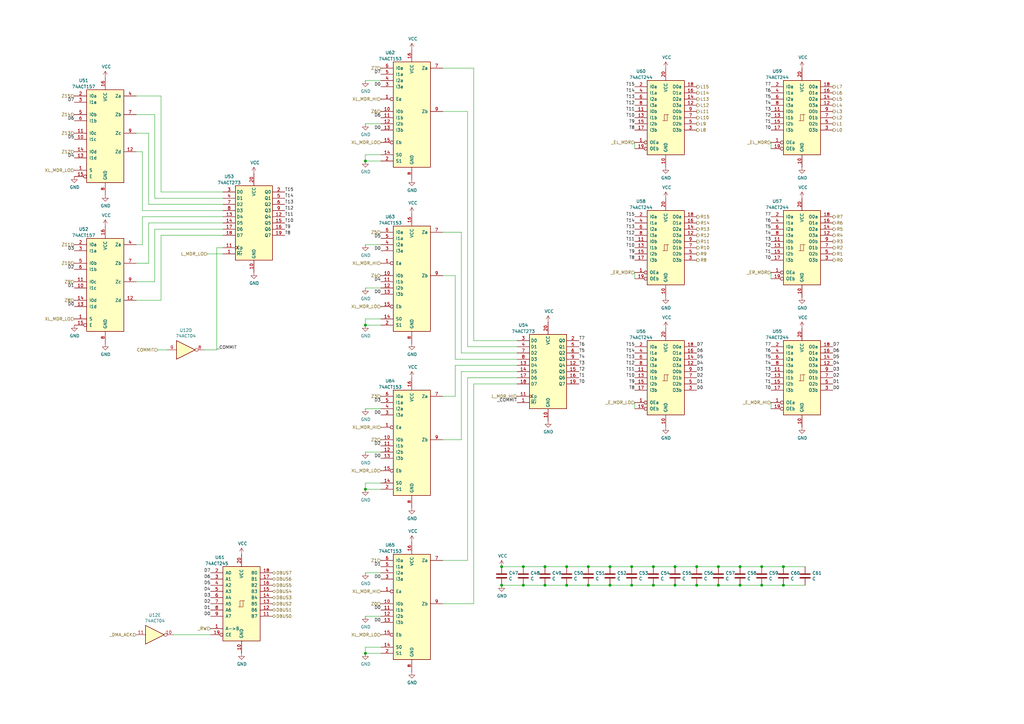
<source format=kicad_sch>
(kicad_sch (version 20200828) (generator eeschema)
  (page 5 7)
  (paper "A3")
  (lib_symbols
    (symbol "74xx:74LS04"
      (property "Reference" "U" (at 0 1.27 0))
      (property "Value" "74LS04" (at 0 -1.27 0))
      (symbol "74LS04_7_1"
        (rectangle (start -5.08 7.62) (end 5.08 -7.62) (stroke (width 0.254)) (fill (type background)))
      )
      (symbol "74LS04_1_0"
        (polyline (pts (xy -3.81 3.81) (xy -3.81 -3.81) (xy 3.81 0) (xy -3.81 3.81)) (stroke (width 0.254)) (fill (type background)))
        (pin input line (at -7.62 0 0) (length 3.81) (name "~") (number "1"))
        (pin output inverted (at 7.62 0 180) (length 3.81) (name "~") (number "2"))
      )
      (symbol "74LS04_2_0"
        (polyline (pts (xy -3.81 3.81) (xy -3.81 -3.81) (xy 3.81 0) (xy -3.81 3.81)) (stroke (width 0.254)) (fill (type background)))
        (pin input line (at -7.62 0 0) (length 3.81) (name "~") (number "3"))
        (pin output inverted (at 7.62 0 180) (length 3.81) (name "~") (number "4"))
      )
      (symbol "74LS04_3_0"
        (polyline (pts (xy -3.81 3.81) (xy -3.81 -3.81) (xy 3.81 0) (xy -3.81 3.81)) (stroke (width 0.254)) (fill (type background)))
        (pin input line (at -7.62 0 0) (length 3.81) (name "~") (number "5"))
        (pin output inverted (at 7.62 0 180) (length 3.81) (name "~") (number "6"))
      )
      (symbol "74LS04_4_0"
        (polyline (pts (xy -3.81 3.81) (xy -3.81 -3.81) (xy 3.81 0) (xy -3.81 3.81)) (stroke (width 0.254)) (fill (type background)))
        (pin output inverted (at 7.62 0 180) (length 3.81) (name "~") (number "8"))
        (pin input line (at -7.62 0 0) (length 3.81) (name "~") (number "9"))
      )
      (symbol "74LS04_5_0"
        (polyline (pts (xy -3.81 3.81) (xy -3.81 -3.81) (xy 3.81 0) (xy -3.81 3.81)) (stroke (width 0.254)) (fill (type background)))
        (pin output inverted (at 7.62 0 180) (length 3.81) (name "~") (number "10"))
        (pin input line (at -7.62 0 0) (length 3.81) (name "~") (number "11"))
      )
      (symbol "74LS04_6_0"
        (polyline (pts (xy -3.81 3.81) (xy -3.81 -3.81) (xy 3.81 0) (xy -3.81 3.81)) (stroke (width 0.254)) (fill (type background)))
        (pin output inverted (at 7.62 0 180) (length 3.81) (name "~") (number "12"))
        (pin input line (at -7.62 0 0) (length 3.81) (name "~") (number "13"))
      )
      (symbol "74LS04_7_0"
        (pin power_in line (at 0 12.7 270) (length 5.08) (name "VCC") (number "14"))
        (pin power_in line (at 0 -12.7 90) (length 5.08) (name "GND") (number "7"))
      )
    )
    (symbol "74xx:74LS153" (pin_names (offset 1.016))
      (property "Reference" "U" (at -7.62 21.59 0))
      (property "Value" "74LS153" (at -7.62 -24.13 0))
      (symbol "74LS153_1_1"
        (rectangle (start -7.62 20.32) (end 7.62 -22.86) (stroke (width 0.254)) (fill (type background)))
      )
      (symbol "74LS153_1_0"
        (pin input inverted (at -12.7 5.08 0) (length 5.08) (name "Ea") (number "1"))
        (pin input line (at -12.7 0 0) (length 5.08) (name "I0b") (number "10"))
        (pin input line (at -12.7 -2.54 0) (length 5.08) (name "I1b") (number "11"))
        (pin input line (at -12.7 -5.08 0) (length 5.08) (name "I2b") (number "12"))
        (pin input line (at -12.7 -7.62 0) (length 5.08) (name "I3b") (number "13"))
        (pin input line (at -12.7 -17.78 0) (length 5.08) (name "S0") (number "14"))
        (pin input inverted (at -12.7 -12.7 0) (length 5.08) (name "Eb") (number "15"))
        (pin power_in line (at 0 25.4 270) (length 5.08) (name "VCC") (number "16"))
        (pin input line (at -12.7 -20.32 0) (length 5.08) (name "S1") (number "2"))
        (pin input line (at -12.7 10.16 0) (length 5.08) (name "I3a") (number "3"))
        (pin input line (at -12.7 12.7 0) (length 5.08) (name "I2a") (number "4"))
        (pin input line (at -12.7 15.24 0) (length 5.08) (name "I1a") (number "5"))
        (pin input line (at -12.7 17.78 0) (length 5.08) (name "I0a") (number "6"))
        (pin output line (at 12.7 17.78 180) (length 5.08) (name "Za") (number "7"))
        (pin power_in line (at 0 -27.94 90) (length 5.08) (name "GND") (number "8"))
        (pin output line (at 12.7 0 180) (length 5.08) (name "Zb") (number "9"))
      )
    )
    (symbol "74xx:74LS157" (pin_names (offset 1.016))
      (property "Reference" "U" (at -7.62 19.05 0))
      (property "Value" "74LS157" (at -7.62 -21.59 0))
      (symbol "74LS157_1_1"
        (rectangle (start -7.62 17.78) (end 7.62 -20.32) (stroke (width 0.254)) (fill (type background)))
      )
      (symbol "74LS157_1_0"
        (pin input line (at -12.7 -15.24 0) (length 5.08) (name "S") (number "1"))
        (pin input line (at -12.7 -2.54 0) (length 5.08) (name "I1c") (number "10"))
        (pin input line (at -12.7 0 0) (length 5.08) (name "I0c") (number "11"))
        (pin output line (at 12.7 -7.62 180) (length 5.08) (name "Zd") (number "12"))
        (pin input line (at -12.7 -10.16 0) (length 5.08) (name "I1d") (number "13"))
        (pin input line (at -12.7 -7.62 0) (length 5.08) (name "I0d") (number "14"))
        (pin input inverted (at -12.7 -17.78 0) (length 5.08) (name "E") (number "15"))
        (pin power_in line (at 0 22.86 270) (length 5.08) (name "VCC") (number "16"))
        (pin input line (at -12.7 15.24 0) (length 5.08) (name "I0a") (number "2"))
        (pin input line (at -12.7 12.7 0) (length 5.08) (name "I1a") (number "3"))
        (pin output line (at 12.7 15.24 180) (length 5.08) (name "Za") (number "4"))
        (pin input line (at -12.7 7.62 0) (length 5.08) (name "I0b") (number "5"))
        (pin input line (at -12.7 5.08 0) (length 5.08) (name "I1b") (number "6"))
        (pin output line (at 12.7 7.62 180) (length 5.08) (name "Zb") (number "7"))
        (pin power_in line (at 0 -25.4 90) (length 5.08) (name "GND") (number "8"))
        (pin output line (at 12.7 0 180) (length 5.08) (name "Zc") (number "9"))
      )
    )
    (symbol "74xx:74LS244" (pin_names (offset 1.016))
      (property "Reference" "U" (at -7.62 16.51 0))
      (property "Value" "74LS244" (at -7.62 -16.51 0))
      (symbol "74LS244_1_1"
        (rectangle (start -7.62 15.24) (end 7.62 -15.24) (stroke (width 0.254)) (fill (type background)))
      )
      (symbol "74LS244_1_0"
        (polyline (pts (xy -0.635 -1.27) (xy -0.635 1.27) (xy 0.635 1.27)))
        (polyline (pts (xy -1.27 -1.27) (xy 0.635 -1.27) (xy 0.635 1.27) (xy 1.27 1.27)))
        (pin input inverted (at -12.7 -10.16 0) (length 5.08) (name "OEa") (number "1"))
        (pin power_in line (at 0 -20.32 90) (length 5.08) (name "GND") (number "10"))
        (pin input line (at -12.7 2.54 0) (length 5.08) (name "I0b") (number "11"))
        (pin tri_state line (at 12.7 5.08 180) (length 5.08) (name "O3a") (number "12"))
        (pin input line (at -12.7 0 0) (length 5.08) (name "I1b") (number "13"))
        (pin tri_state line (at 12.7 7.62 180) (length 5.08) (name "O2a") (number "14"))
        (pin input line (at -12.7 -2.54 0) (length 5.08) (name "I2b") (number "15"))
        (pin tri_state line (at 12.7 10.16 180) (length 5.08) (name "O1a") (number "16"))
        (pin input line (at -12.7 -5.08 0) (length 5.08) (name "I3b") (number "17"))
        (pin tri_state line (at 12.7 12.7 180) (length 5.08) (name "O0a") (number "18"))
        (pin input inverted (at -12.7 -12.7 0) (length 5.08) (name "OEb") (number "19"))
        (pin input line (at -12.7 12.7 0) (length 5.08) (name "I0a") (number "2"))
        (pin power_in line (at 0 20.32 270) (length 5.08) (name "VCC") (number "20"))
        (pin tri_state line (at 12.7 -5.08 180) (length 5.08) (name "O3b") (number "3"))
        (pin input line (at -12.7 10.16 0) (length 5.08) (name "I1a") (number "4"))
        (pin tri_state line (at 12.7 -2.54 180) (length 5.08) (name "O2b") (number "5"))
        (pin input line (at -12.7 7.62 0) (length 5.08) (name "I2a") (number "6"))
        (pin tri_state line (at 12.7 0 180) (length 5.08) (name "O1b") (number "7"))
        (pin input line (at -12.7 5.08 0) (length 5.08) (name "I3a") (number "8"))
        (pin tri_state line (at 12.7 2.54 180) (length 5.08) (name "O0b") (number "9"))
      )
    )
    (symbol "74xx:74LS245" (pin_names (offset 1.016))
      (property "Reference" "U" (at -7.62 16.51 0))
      (property "Value" "74LS245" (at -7.62 -16.51 0))
      (symbol "74LS245_1_1"
        (rectangle (start -7.62 15.24) (end 7.62 -15.24) (stroke (width 0.254)) (fill (type background)))
      )
      (symbol "74LS245_1_0"
        (polyline (pts (xy -0.635 -1.27) (xy -0.635 1.27) (xy 0.635 1.27)))
        (polyline (pts (xy -1.27 -1.27) (xy 0.635 -1.27) (xy 0.635 1.27) (xy 1.27 1.27)))
        (pin input line (at -12.7 -10.16 0) (length 5.08) (name "A->B") (number "1"))
        (pin power_in line (at 0 -20.32 90) (length 5.08) (name "GND") (number "10"))
        (pin tri_state line (at 12.7 -5.08 180) (length 5.08) (name "B7") (number "11"))
        (pin tri_state line (at 12.7 -2.54 180) (length 5.08) (name "B6") (number "12"))
        (pin tri_state line (at 12.7 0 180) (length 5.08) (name "B5") (number "13"))
        (pin tri_state line (at 12.7 2.54 180) (length 5.08) (name "B4") (number "14"))
        (pin tri_state line (at 12.7 5.08 180) (length 5.08) (name "B3") (number "15"))
        (pin tri_state line (at 12.7 7.62 180) (length 5.08) (name "B2") (number "16"))
        (pin tri_state line (at 12.7 10.16 180) (length 5.08) (name "B1") (number "17"))
        (pin tri_state line (at 12.7 12.7 180) (length 5.08) (name "B0") (number "18"))
        (pin input inverted (at -12.7 -12.7 0) (length 5.08) (name "CE") (number "19"))
        (pin tri_state line (at -12.7 12.7 0) (length 5.08) (name "A0") (number "2"))
        (pin power_in line (at 0 20.32 270) (length 5.08) (name "VCC") (number "20"))
        (pin tri_state line (at -12.7 10.16 0) (length 5.08) (name "A1") (number "3"))
        (pin tri_state line (at -12.7 7.62 0) (length 5.08) (name "A2") (number "4"))
        (pin tri_state line (at -12.7 5.08 0) (length 5.08) (name "A3") (number "5"))
        (pin tri_state line (at -12.7 2.54 0) (length 5.08) (name "A4") (number "6"))
        (pin tri_state line (at -12.7 0 0) (length 5.08) (name "A5") (number "7"))
        (pin tri_state line (at -12.7 -2.54 0) (length 5.08) (name "A6") (number "8"))
        (pin tri_state line (at -12.7 -5.08 0) (length 5.08) (name "A7") (number "9"))
      )
    )
    (symbol "74xx:74LS273"
      (property "Reference" "U" (at -7.62 16.51 0))
      (property "Value" "74LS273" (at -7.62 -16.51 0))
      (symbol "74LS273_1_1"
        (rectangle (start -7.62 15.24) (end 7.62 -15.24) (stroke (width 0.254)) (fill (type background)))
      )
      (symbol "74LS273_1_0"
        (pin input line (at -12.7 -12.7 0) (length 5.08) (name "~Mr") (number "1"))
        (pin power_in line (at 0 -20.32 90) (length 5.08) (name "GND") (number "10"))
        (pin input clock (at -12.7 -10.16 0) (length 5.08) (name "Cp") (number "11"))
        (pin output line (at 12.7 2.54 180) (length 5.08) (name "Q4") (number "12"))
        (pin input line (at -12.7 2.54 0) (length 5.08) (name "D4") (number "13"))
        (pin input line (at -12.7 0 0) (length 5.08) (name "D5") (number "14"))
        (pin output line (at 12.7 0 180) (length 5.08) (name "Q5") (number "15"))
        (pin output line (at 12.7 -2.54 180) (length 5.08) (name "Q6") (number "16"))
        (pin input line (at -12.7 -2.54 0) (length 5.08) (name "D6") (number "17"))
        (pin input line (at -12.7 -5.08 0) (length 5.08) (name "D7") (number "18"))
        (pin output line (at 12.7 -5.08 180) (length 5.08) (name "Q7") (number "19"))
        (pin output line (at 12.7 12.7 180) (length 5.08) (name "Q0") (number "2"))
        (pin power_in line (at 0 20.32 270) (length 5.08) (name "VCC") (number "20"))
        (pin input line (at -12.7 12.7 0) (length 5.08) (name "D0") (number "3"))
        (pin input line (at -12.7 10.16 0) (length 5.08) (name "D1") (number "4"))
        (pin output line (at 12.7 10.16 180) (length 5.08) (name "Q1") (number "5"))
        (pin output line (at 12.7 7.62 180) (length 5.08) (name "Q2") (number "6"))
        (pin input line (at -12.7 7.62 0) (length 5.08) (name "D2") (number "7"))
        (pin input line (at -12.7 5.08 0) (length 5.08) (name "D3") (number "8"))
        (pin output line (at 12.7 5.08 180) (length 5.08) (name "Q3") (number "9"))
      )
    )
    (symbol "Device:C" (pin_numbers hide) (pin_names (offset 0.254))
      (property "Reference" "C" (at 0.635 2.54 0))
      (property "Value" "C" (at 0.635 -2.54 0))
      (symbol "C_0_1"
        (polyline (pts (xy -2.032 -0.762) (xy 2.032 -0.762)) (stroke (width 0.508)))
        (polyline (pts (xy -2.032 0.762) (xy 2.032 0.762)) (stroke (width 0.508)))
      )
      (symbol "C_1_1"
        (pin passive line (at 0 3.81 270) (length 2.794) (name "~") (number "1"))
        (pin passive line (at 0 -3.81 90) (length 2.794) (name "~") (number "2"))
      )
    )
    (symbol "power:GND" (power) (pin_names (offset 0))
      (property "Value" "GND" (at 0 -3.81 0))
      (symbol "GND_0_1"
        (polyline (pts (xy 0 0) (xy 0 -1.27) (xy 1.27 -1.27) (xy 0 -2.54) (xy -1.27 -1.27) (xy 0 -1.27)))
      )
      (symbol "GND_1_1"
        (pin power_in line (at 0 0 270) (length 0) hide (name "GND") (number "1"))
      )
    )
    (symbol "power:VCC" (power) (pin_names (offset 0))
      (property "Value" "VCC" (at 0 3.81 0))
      (symbol "VCC_0_1"
        (polyline (pts (xy -0.762 1.27) (xy 0 2.54)))
        (polyline (pts (xy 0 0) (xy 0 2.54)))
        (polyline (pts (xy 0 2.54) (xy 0.762 1.27)))
      )
      (symbol "VCC_1_1"
        (pin power_in line (at 0 0 90) (length 0) hide (name "VCC") (number "1"))
      )
    )
  )
  (junction (at 149.86 66.04) (diameter 1.016))
  (junction (at 149.86 133.35) (diameter 1.016))
  (junction (at 149.86 200.66) (diameter 1.016))
  (junction (at 149.86 267.97) (diameter 1.016))
  (junction (at 205.74 232.41) (diameter 1.016))
  (junction (at 205.74 240.03) (diameter 1.016))
  (junction (at 214.63 232.41) (diameter 1.016))
  (junction (at 214.63 240.03) (diameter 1.016))
  (junction (at 223.52 232.41) (diameter 1.016))
  (junction (at 223.52 240.03) (diameter 1.016))
  (junction (at 232.41 232.41) (diameter 1.016))
  (junction (at 232.41 240.03) (diameter 1.016))
  (junction (at 241.3 232.41) (diameter 1.016))
  (junction (at 241.3 240.03) (diameter 1.016))
  (junction (at 250.19 232.41) (diameter 1.016))
  (junction (at 250.19 240.03) (diameter 1.016))
  (junction (at 259.08 232.41) (diameter 1.016))
  (junction (at 259.08 240.03) (diameter 1.016))
  (junction (at 267.97 232.41) (diameter 1.016))
  (junction (at 267.97 240.03) (diameter 1.016))
  (junction (at 276.86 232.41) (diameter 1.016))
  (junction (at 276.86 240.03) (diameter 1.016))
  (junction (at 285.75 232.41) (diameter 1.016))
  (junction (at 285.75 240.03) (diameter 1.016))
  (junction (at 294.64 232.41) (diameter 1.016))
  (junction (at 294.64 240.03) (diameter 1.016))
  (junction (at 303.53 232.41) (diameter 1.016))
  (junction (at 303.53 240.03) (diameter 1.016))
  (junction (at 312.42 232.41) (diameter 1.016))
  (junction (at 312.42 240.03) (diameter 1.016))
  (junction (at 321.31 232.41) (diameter 1.016))
  (junction (at 321.31 240.03) (diameter 1.016))
  (wire (pts (xy 55.88 46.99) (xy 63.5 46.99)))
  (wire (pts (xy 55.88 54.61) (xy 60.96 54.61)))
  (wire (pts (xy 55.88 62.23) (xy 58.42 62.23)))
  (wire (pts (xy 55.88 100.33) (xy 58.42 100.33)))
  (wire (pts (xy 55.88 107.95) (xy 60.96 107.95)))
  (wire (pts (xy 55.88 115.57) (xy 63.5 115.57)))
  (wire (pts (xy 55.88 123.19) (xy 66.04 123.19)))
  (wire (pts (xy 58.42 62.23) (xy 58.42 86.36)))
  (wire (pts (xy 58.42 86.36) (xy 91.44 86.36)))
  (wire (pts (xy 58.42 88.9) (xy 91.44 88.9)))
  (wire (pts (xy 58.42 100.33) (xy 58.42 88.9)))
  (wire (pts (xy 60.96 54.61) (xy 60.96 83.82)))
  (wire (pts (xy 60.96 83.82) (xy 91.44 83.82)))
  (wire (pts (xy 60.96 91.44) (xy 91.44 91.44)))
  (wire (pts (xy 60.96 107.95) (xy 60.96 91.44)))
  (wire (pts (xy 63.5 46.99) (xy 63.5 81.28)))
  (wire (pts (xy 63.5 81.28) (xy 91.44 81.28)))
  (wire (pts (xy 63.5 93.98) (xy 91.44 93.98)))
  (wire (pts (xy 63.5 115.57) (xy 63.5 93.98)))
  (wire (pts (xy 64.77 143.51) (xy 68.58 143.51)))
  (wire (pts (xy 66.04 39.37) (xy 55.88 39.37)))
  (wire (pts (xy 66.04 78.74) (xy 66.04 39.37)))
  (wire (pts (xy 66.04 78.74) (xy 91.44 78.74)))
  (wire (pts (xy 66.04 96.52) (xy 91.44 96.52)))
  (wire (pts (xy 66.04 123.19) (xy 66.04 96.52)))
  (wire (pts (xy 71.12 260.35) (xy 86.36 260.35)))
  (wire (pts (xy 83.82 143.51) (xy 88.9 143.51)))
  (wire (pts (xy 88.9 101.6) (xy 91.44 101.6)))
  (wire (pts (xy 88.9 143.51) (xy 88.9 101.6)))
  (wire (pts (xy 91.44 104.14) (xy 85.09 104.14)))
  (wire (pts (xy 149.86 63.5) (xy 149.86 66.04)))
  (wire (pts (xy 149.86 130.81) (xy 149.86 133.35)))
  (wire (pts (xy 149.86 198.12) (xy 149.86 200.66)))
  (wire (pts (xy 149.86 265.43) (xy 149.86 267.97)))
  (wire (pts (xy 156.21 33.02) (xy 149.86 33.02)))
  (wire (pts (xy 156.21 50.8) (xy 149.86 50.8)))
  (wire (pts (xy 156.21 63.5) (xy 149.86 63.5)))
  (wire (pts (xy 156.21 66.04) (xy 149.86 66.04)))
  (wire (pts (xy 156.21 100.33) (xy 149.86 100.33)))
  (wire (pts (xy 156.21 118.11) (xy 149.86 118.11)))
  (wire (pts (xy 156.21 130.81) (xy 149.86 130.81)))
  (wire (pts (xy 156.21 133.35) (xy 149.86 133.35)))
  (wire (pts (xy 156.21 167.64) (xy 149.86 167.64)))
  (wire (pts (xy 156.21 185.42) (xy 149.86 185.42)))
  (wire (pts (xy 156.21 198.12) (xy 149.86 198.12)))
  (wire (pts (xy 156.21 200.66) (xy 149.86 200.66)))
  (wire (pts (xy 156.21 234.95) (xy 149.86 234.95)))
  (wire (pts (xy 156.21 252.73) (xy 149.86 252.73)))
  (wire (pts (xy 156.21 265.43) (xy 149.86 265.43)))
  (wire (pts (xy 156.21 267.97) (xy 149.86 267.97)))
  (wire (pts (xy 181.61 95.25) (xy 189.23 95.25)))
  (wire (pts (xy 181.61 113.03) (xy 186.69 113.03)))
  (wire (pts (xy 186.69 113.03) (xy 186.69 147.32)))
  (wire (pts (xy 186.69 147.32) (xy 212.09 147.32)))
  (wire (pts (xy 186.69 149.86) (xy 186.69 162.56)))
  (wire (pts (xy 186.69 162.56) (xy 181.61 162.56)))
  (wire (pts (xy 189.23 95.25) (xy 189.23 144.78)))
  (wire (pts (xy 189.23 144.78) (xy 212.09 144.78)))
  (wire (pts (xy 189.23 152.4) (xy 189.23 180.34)))
  (wire (pts (xy 189.23 180.34) (xy 181.61 180.34)))
  (wire (pts (xy 191.77 45.72) (xy 181.61 45.72)))
  (wire (pts (xy 191.77 142.24) (xy 191.77 45.72)))
  (wire (pts (xy 191.77 154.94) (xy 191.77 229.87)))
  (wire (pts (xy 191.77 229.87) (xy 181.61 229.87)))
  (wire (pts (xy 194.31 27.94) (xy 181.61 27.94)))
  (wire (pts (xy 194.31 139.7) (xy 194.31 27.94)))
  (wire (pts (xy 194.31 157.48) (xy 194.31 247.65)))
  (wire (pts (xy 194.31 247.65) (xy 181.61 247.65)))
  (wire (pts (xy 205.74 232.41) (xy 214.63 232.41)))
  (wire (pts (xy 205.74 240.03) (xy 214.63 240.03)))
  (wire (pts (xy 212.09 139.7) (xy 194.31 139.7)))
  (wire (pts (xy 212.09 142.24) (xy 191.77 142.24)))
  (wire (pts (xy 212.09 149.86) (xy 186.69 149.86)))
  (wire (pts (xy 212.09 152.4) (xy 189.23 152.4)))
  (wire (pts (xy 212.09 154.94) (xy 191.77 154.94)))
  (wire (pts (xy 212.09 157.48) (xy 194.31 157.48)))
  (wire (pts (xy 214.63 232.41) (xy 223.52 232.41)))
  (wire (pts (xy 214.63 240.03) (xy 223.52 240.03)))
  (wire (pts (xy 223.52 232.41) (xy 232.41 232.41)))
  (wire (pts (xy 223.52 240.03) (xy 232.41 240.03)))
  (wire (pts (xy 232.41 232.41) (xy 241.3 232.41)))
  (wire (pts (xy 232.41 240.03) (xy 241.3 240.03)))
  (wire (pts (xy 241.3 232.41) (xy 250.19 232.41)))
  (wire (pts (xy 241.3 240.03) (xy 250.19 240.03)))
  (wire (pts (xy 250.19 232.41) (xy 259.08 232.41)))
  (wire (pts (xy 250.19 240.03) (xy 259.08 240.03)))
  (wire (pts (xy 259.08 232.41) (xy 267.97 232.41)))
  (wire (pts (xy 259.08 240.03) (xy 267.97 240.03)))
  (wire (pts (xy 260.35 58.42) (xy 260.35 60.96)))
  (wire (pts (xy 260.35 111.76) (xy 260.35 114.3)))
  (wire (pts (xy 260.35 165.1) (xy 260.35 167.64)))
  (wire (pts (xy 267.97 232.41) (xy 276.86 232.41)))
  (wire (pts (xy 267.97 240.03) (xy 276.86 240.03)))
  (wire (pts (xy 276.86 232.41) (xy 285.75 232.41)))
  (wire (pts (xy 276.86 240.03) (xy 285.75 240.03)))
  (wire (pts (xy 285.75 232.41) (xy 294.64 232.41)))
  (wire (pts (xy 285.75 240.03) (xy 294.64 240.03)))
  (wire (pts (xy 294.64 232.41) (xy 303.53 232.41)))
  (wire (pts (xy 294.64 240.03) (xy 303.53 240.03)))
  (wire (pts (xy 303.53 232.41) (xy 312.42 232.41)))
  (wire (pts (xy 303.53 240.03) (xy 312.42 240.03)))
  (wire (pts (xy 312.42 232.41) (xy 321.31 232.41)))
  (wire (pts (xy 312.42 240.03) (xy 321.31 240.03)))
  (wire (pts (xy 316.23 58.42) (xy 316.23 60.96)))
  (wire (pts (xy 316.23 111.76) (xy 316.23 114.3)))
  (wire (pts (xy 316.23 165.1) (xy 316.23 167.64)))
  (wire (pts (xy 321.31 232.41) (xy 330.2 232.41)))
  (wire (pts (xy 321.31 240.03) (xy 330.2 240.03)))
  (label "D7" (at 30.48 41.91 180))
  (label "D6" (at 30.48 49.53 180))
  (label "D5" (at 30.48 57.15 180))
  (label "D4" (at 30.48 64.77 180))
  (label "D3" (at 30.48 102.87 180))
  (label "D2" (at 30.48 110.49 180))
  (label "D1" (at 30.48 118.11 180))
  (label "D0" (at 30.48 125.73 180))
  (label "D7" (at 86.36 234.95 180))
  (label "D6" (at 86.36 237.49 180))
  (label "D5" (at 86.36 240.03 180))
  (label "D4" (at 86.36 242.57 180))
  (label "D3" (at 86.36 245.11 180))
  (label "D2" (at 86.36 247.65 180))
  (label "D1" (at 86.36 250.19 180))
  (label "D0" (at 86.36 252.73 180))
  (label "_COMMIT" (at 88.9 143.51 0))
  (label "T15" (at 116.84 78.74 0))
  (label "T14" (at 116.84 81.28 0))
  (label "T13" (at 116.84 83.82 0))
  (label "T12" (at 116.84 86.36 0))
  (label "T11" (at 116.84 88.9 0))
  (label "T10" (at 116.84 91.44 0))
  (label "T9" (at 116.84 93.98 0))
  (label "T8" (at 116.84 96.52 0))
  (label "D7" (at 156.21 30.48 180))
  (label "D0" (at 156.21 35.56 180))
  (label "D6" (at 156.21 48.26 180))
  (label "D0" (at 156.21 53.34 180))
  (label "D5" (at 156.21 97.79 180))
  (label "D0" (at 156.21 102.87 180))
  (label "D4" (at 156.21 115.57 180))
  (label "D0" (at 156.21 120.65 180))
  (label "D3" (at 156.21 165.1 180))
  (label "D0" (at 156.21 170.18 180))
  (label "D2" (at 156.21 182.88 180))
  (label "D0" (at 156.21 187.96 180))
  (label "D1" (at 156.21 232.41 180))
  (label "D0" (at 156.21 237.49 180))
  (label "D0" (at 156.21 250.19 180))
  (label "D0" (at 156.21 255.27 180))
  (label "_COMMIT" (at 212.09 165.1 180))
  (label "T7" (at 237.49 139.7 0))
  (label "T6" (at 237.49 142.24 0))
  (label "T5" (at 237.49 144.78 0))
  (label "T4" (at 237.49 147.32 0))
  (label "T3" (at 237.49 149.86 0))
  (label "T2" (at 237.49 152.4 0))
  (label "T1" (at 237.49 154.94 0))
  (label "T0" (at 237.49 157.48 0))
  (label "T15" (at 260.35 35.56 180))
  (label "T14" (at 260.35 38.1 180))
  (label "T13" (at 260.35 40.64 180))
  (label "T12" (at 260.35 43.18 180))
  (label "T11" (at 260.35 45.72 180))
  (label "T10" (at 260.35 48.26 180))
  (label "T9" (at 260.35 50.8 180))
  (label "T8" (at 260.35 53.34 180))
  (label "T15" (at 260.35 88.9 180))
  (label "T14" (at 260.35 91.44 180))
  (label "T13" (at 260.35 93.98 180))
  (label "T12" (at 260.35 96.52 180))
  (label "T11" (at 260.35 99.06 180))
  (label "T10" (at 260.35 101.6 180))
  (label "T9" (at 260.35 104.14 180))
  (label "T8" (at 260.35 106.68 180))
  (label "T15" (at 260.35 142.24 180))
  (label "T14" (at 260.35 144.78 180))
  (label "T13" (at 260.35 147.32 180))
  (label "T12" (at 260.35 149.86 180))
  (label "T11" (at 260.35 152.4 180))
  (label "T10" (at 260.35 154.94 180))
  (label "T9" (at 260.35 157.48 180))
  (label "T8" (at 260.35 160.02 180))
  (label "D7" (at 285.75 142.24 0))
  (label "D6" (at 285.75 144.78 0))
  (label "D5" (at 285.75 147.32 0))
  (label "D4" (at 285.75 149.86 0))
  (label "D3" (at 285.75 152.4 0))
  (label "D2" (at 285.75 154.94 0))
  (label "D1" (at 285.75 157.48 0))
  (label "D0" (at 285.75 160.02 0))
  (label "T7" (at 316.23 35.56 180))
  (label "T6" (at 316.23 38.1 180))
  (label "T5" (at 316.23 40.64 180))
  (label "T4" (at 316.23 43.18 180))
  (label "T3" (at 316.23 45.72 180))
  (label "T2" (at 316.23 48.26 180))
  (label "T1" (at 316.23 50.8 180))
  (label "T0" (at 316.23 53.34 180))
  (label "T7" (at 316.23 88.9 180))
  (label "T6" (at 316.23 91.44 180))
  (label "T5" (at 316.23 93.98 180))
  (label "T4" (at 316.23 96.52 180))
  (label "T3" (at 316.23 99.06 180))
  (label "T2" (at 316.23 101.6 180))
  (label "T1" (at 316.23 104.14 180))
  (label "T0" (at 316.23 106.68 180))
  (label "T7" (at 316.23 142.24 180))
  (label "T6" (at 316.23 144.78 180))
  (label "T5" (at 316.23 147.32 180))
  (label "T4" (at 316.23 149.86 180))
  (label "T3" (at 316.23 152.4 180))
  (label "T2" (at 316.23 154.94 180))
  (label "T1" (at 316.23 157.48 180))
  (label "T0" (at 316.23 160.02 180))
  (label "D7" (at 341.63 142.24 0))
  (label "D6" (at 341.63 144.78 0))
  (label "D5" (at 341.63 147.32 0))
  (label "D4" (at 341.63 149.86 0))
  (label "D3" (at 341.63 152.4 0))
  (label "D2" (at 341.63 154.94 0))
  (label "D1" (at 341.63 157.48 0))
  (label "D0" (at 341.63 160.02 0))
  (hierarchical_label "Z15" (shape input) (at 30.48 39.37 180))
  (hierarchical_label "Z14" (shape input) (at 30.48 46.99 180))
  (hierarchical_label "Z13" (shape input) (at 30.48 54.61 180))
  (hierarchical_label "Z12" (shape input) (at 30.48 62.23 180))
  (hierarchical_label "XL_MDR_LO" (shape input) (at 30.48 69.85 180))
  (hierarchical_label "Z11" (shape input) (at 30.48 100.33 180))
  (hierarchical_label "Z10" (shape input) (at 30.48 107.95 180))
  (hierarchical_label "Z9" (shape input) (at 30.48 115.57 180))
  (hierarchical_label "Z8" (shape input) (at 30.48 123.19 180))
  (hierarchical_label "XL_MDR_LO" (shape input) (at 30.48 130.81 180))
  (hierarchical_label "_DMA_ACK" (shape input) (at 55.88 260.35 180))
  (hierarchical_label "COMMIT" (shape input) (at 64.77 143.51 180))
  (hierarchical_label "L_MDR_LO" (shape input) (at 85.09 104.14 180))
  (hierarchical_label "_RW" (shape input) (at 86.36 257.81 180))
  (hierarchical_label "DBUS7" (shape bidirectional) (at 111.76 234.95 0))
  (hierarchical_label "DBUS6" (shape bidirectional) (at 111.76 237.49 0))
  (hierarchical_label "DBUS5" (shape bidirectional) (at 111.76 240.03 0))
  (hierarchical_label "DBUS4" (shape bidirectional) (at 111.76 242.57 0))
  (hierarchical_label "DBUS3" (shape bidirectional) (at 111.76 245.11 0))
  (hierarchical_label "DBUS2" (shape bidirectional) (at 111.76 247.65 0))
  (hierarchical_label "DBUS1" (shape bidirectional) (at 111.76 250.19 0))
  (hierarchical_label "DBUS0" (shape bidirectional) (at 111.76 252.73 0))
  (hierarchical_label "Z7" (shape input) (at 156.21 27.94 180))
  (hierarchical_label "XL_MDR_HI" (shape input) (at 156.21 40.64 180))
  (hierarchical_label "Z6" (shape input) (at 156.21 45.72 180))
  (hierarchical_label "XL_MDR_LO" (shape input) (at 156.21 58.42 180))
  (hierarchical_label "Z5" (shape input) (at 156.21 95.25 180))
  (hierarchical_label "XL_MDR_HI" (shape input) (at 156.21 107.95 180))
  (hierarchical_label "Z4" (shape input) (at 156.21 113.03 180))
  (hierarchical_label "XL_MDR_LO" (shape input) (at 156.21 125.73 180))
  (hierarchical_label "Z3" (shape input) (at 156.21 162.56 180))
  (hierarchical_label "XL_MDR_HI" (shape input) (at 156.21 175.26 180))
  (hierarchical_label "Z2" (shape input) (at 156.21 180.34 180))
  (hierarchical_label "XL_MDR_LO" (shape input) (at 156.21 193.04 180))
  (hierarchical_label "Z1" (shape input) (at 156.21 229.87 180))
  (hierarchical_label "XL_MDR_HI" (shape input) (at 156.21 242.57 180))
  (hierarchical_label "Z0" (shape input) (at 156.21 247.65 180))
  (hierarchical_label "XL_MDR_LO" (shape input) (at 156.21 260.35 180))
  (hierarchical_label "L_MDR_HI" (shape input) (at 212.09 162.56 180))
  (hierarchical_label "_EL_MDR" (shape input) (at 260.35 58.42 180))
  (hierarchical_label "_ER_MDR" (shape input) (at 260.35 111.76 180))
  (hierarchical_label "_E_MDR_LO" (shape input) (at 260.35 165.1 180))
  (hierarchical_label "L15" (shape output) (at 285.75 35.56 0))
  (hierarchical_label "L14" (shape output) (at 285.75 38.1 0))
  (hierarchical_label "L13" (shape output) (at 285.75 40.64 0))
  (hierarchical_label "L12" (shape output) (at 285.75 43.18 0))
  (hierarchical_label "L11" (shape output) (at 285.75 45.72 0))
  (hierarchical_label "L10" (shape output) (at 285.75 48.26 0))
  (hierarchical_label "L9" (shape output) (at 285.75 50.8 0))
  (hierarchical_label "L8" (shape output) (at 285.75 53.34 0))
  (hierarchical_label "R15" (shape output) (at 285.75 88.9 0))
  (hierarchical_label "R14" (shape output) (at 285.75 91.44 0))
  (hierarchical_label "R13" (shape output) (at 285.75 93.98 0))
  (hierarchical_label "R12" (shape output) (at 285.75 96.52 0))
  (hierarchical_label "R11" (shape output) (at 285.75 99.06 0))
  (hierarchical_label "R10" (shape output) (at 285.75 101.6 0))
  (hierarchical_label "R9" (shape output) (at 285.75 104.14 0))
  (hierarchical_label "R8" (shape output) (at 285.75 106.68 0))
  (hierarchical_label "_EL_MDR" (shape input) (at 316.23 58.42 180))
  (hierarchical_label "_ER_MDR" (shape input) (at 316.23 111.76 180))
  (hierarchical_label "_E_MDR_HI" (shape input) (at 316.23 165.1 180))
  (hierarchical_label "L7" (shape output) (at 341.63 35.56 0))
  (hierarchical_label "L6" (shape output) (at 341.63 38.1 0))
  (hierarchical_label "L5" (shape output) (at 341.63 40.64 0))
  (hierarchical_label "L4" (shape output) (at 341.63 43.18 0))
  (hierarchical_label "L3" (shape output) (at 341.63 45.72 0))
  (hierarchical_label "L2" (shape output) (at 341.63 48.26 0))
  (hierarchical_label "L1" (shape output) (at 341.63 50.8 0))
  (hierarchical_label "L0" (shape output) (at 341.63 53.34 0))
  (hierarchical_label "R7" (shape output) (at 341.63 88.9 0))
  (hierarchical_label "R6" (shape output) (at 341.63 91.44 0))
  (hierarchical_label "R5" (shape output) (at 341.63 93.98 0))
  (hierarchical_label "R4" (shape output) (at 341.63 96.52 0))
  (hierarchical_label "R3" (shape output) (at 341.63 99.06 0))
  (hierarchical_label "R2" (shape output) (at 341.63 101.6 0))
  (hierarchical_label "R1" (shape output) (at 341.63 104.14 0))
  (hierarchical_label "R0" (shape output) (at 341.63 106.68 0))
  (symbol (lib_id "power:VCC") (at 43.18 31.75 0) (unit 1)
    (property "Reference" "#PWR0189" (effects hide))
    (property "Value" "VCC" (at 43.6118 27.3558 0))
  )
  (symbol (lib_id "power:VCC") (at 43.18 92.71 0) (unit 1)
    (property "Reference" "#PWR0192" (effects hide))
    (property "Value" "VCC" (at 43.6118 88.3158 0))
  )
  (symbol (lib_id "power:VCC") (at 99.06 227.33 0) (unit 1)
    (property "Reference" "#PWR0234" (effects hide))
    (property "Value" "VCC" (at 99.4918 222.9358 0))
  )
  (symbol (lib_id "power:VCC") (at 104.14 71.12 0) (unit 1)
    (property "Reference" "#PWR0195" (effects hide))
    (property "Value" "VCC" (at 104.5718 66.7258 0))
  )
  (symbol (lib_id "power:VCC") (at 168.91 20.32 0) (unit 1)
    (property "Reference" "#PWR0199" (effects hide))
    (property "Value" "VCC" (at 169.3418 15.9258 0))
  )
  (symbol (lib_id "power:VCC") (at 168.91 87.63 0) (unit 1)
    (property "Reference" "#PWR0204" (effects hide))
    (property "Value" "VCC" (at 169.3418 83.2358 0))
  )
  (symbol (lib_id "power:VCC") (at 168.91 154.94 0) (unit 1)
    (property "Reference" "#PWR0209" (effects hide))
    (property "Value" "VCC" (at 169.3418 150.5458 0))
  )
  (symbol (lib_id "power:VCC") (at 168.91 222.25 0) (unit 1)
    (property "Reference" "#PWR0214" (effects hide))
    (property "Value" "VCC" (at 169.3418 217.8558 0))
  )
  (symbol (lib_id "power:VCC") (at 205.74 232.41 0) (unit 1)
    (property "Reference" "#PWR0197" (effects hide))
    (property "Value" "VCC" (at 206.1718 228.0158 0))
  )
  (symbol (lib_id "power:VCC") (at 224.79 132.08 0) (unit 1)
    (property "Reference" "#PWR0219" (effects hide))
    (property "Value" "VCC" (at 225.2218 127.6858 0))
  )
  (symbol (lib_id "power:VCC") (at 273.05 27.94 0) (unit 1)
    (property "Reference" "#PWR0221" (effects hide))
    (property "Value" "VCC" (at 273.4818 23.5458 0))
  )
  (symbol (lib_id "power:VCC") (at 273.05 81.28 0) (unit 1)
    (property "Reference" "#PWR0223" (effects hide))
    (property "Value" "VCC" (at 273.4818 76.8858 0))
  )
  (symbol (lib_id "power:VCC") (at 273.05 134.62 0) (unit 1)
    (property "Reference" "#PWR0225" (effects hide))
    (property "Value" "VCC" (at 273.4818 130.2258 0))
  )
  (symbol (lib_id "power:VCC") (at 328.93 27.94 0) (unit 1)
    (property "Reference" "#PWR0222" (effects hide))
    (property "Value" "VCC" (at 329.3618 23.5458 0))
  )
  (symbol (lib_id "power:VCC") (at 328.93 81.28 0) (unit 1)
    (property "Reference" "#PWR0224" (effects hide))
    (property "Value" "VCC" (at 329.3618 76.8858 0))
  )
  (symbol (lib_id "power:VCC") (at 328.93 134.62 0) (unit 1)
    (property "Reference" "#PWR0226" (effects hide))
    (property "Value" "VCC" (at 329.3618 130.2258 0))
  )
  (symbol (lib_id "power:GND") (at 30.48 72.39 0) (unit 1)
    (property "Reference" "#PWR0191" (effects hide))
    (property "Value" "GND" (at 30.607 76.7842 0))
  )
  (symbol (lib_id "power:GND") (at 30.48 133.35 0) (unit 1)
    (property "Reference" "#PWR0194" (effects hide))
    (property "Value" "GND" (at 30.607 137.7442 0))
  )
  (symbol (lib_id "power:GND") (at 43.18 80.01 0) (unit 1)
    (property "Reference" "#PWR0190" (effects hide))
    (property "Value" "GND" (at 43.307 84.4042 0))
  )
  (symbol (lib_id "power:GND") (at 43.18 140.97 0) (unit 1)
    (property "Reference" "#PWR0193" (effects hide))
    (property "Value" "GND" (at 43.307 145.3642 0))
  )
  (symbol (lib_id "power:GND") (at 99.06 267.97 0) (unit 1)
    (property "Reference" "#PWR0233" (effects hide))
    (property "Value" "GND" (at 99.187 272.3642 0))
  )
  (symbol (lib_id "power:GND") (at 104.14 111.76 0) (unit 1)
    (property "Reference" "#PWR0196" (effects hide))
    (property "Value" "GND" (at 104.267 116.1542 0))
  )
  (symbol (lib_id "power:GND") (at 149.86 33.02 0) (unit 1)
    (property "Reference" "#PWR0201" (effects hide))
    (property "Value" "GND" (at 149.987 37.4142 0))
  )
  (symbol (lib_id "power:GND") (at 149.86 50.8 0) (unit 1)
    (property "Reference" "#PWR0202" (effects hide))
    (property "Value" "GND" (at 149.987 55.1942 0))
  )
  (symbol (lib_id "power:GND") (at 149.86 66.04 0) (unit 1)
    (property "Reference" "#PWR0203" (effects hide))
    (property "Value" "GND" (at 149.987 70.4342 0))
  )
  (symbol (lib_id "power:GND") (at 149.86 100.33 0) (unit 1)
    (property "Reference" "#PWR0206" (effects hide))
    (property "Value" "GND" (at 149.987 104.7242 0))
  )
  (symbol (lib_id "power:GND") (at 149.86 118.11 0) (unit 1)
    (property "Reference" "#PWR0207" (effects hide))
    (property "Value" "GND" (at 149.987 122.5042 0))
  )
  (symbol (lib_id "power:GND") (at 149.86 133.35 0) (unit 1)
    (property "Reference" "#PWR0208" (effects hide))
    (property "Value" "GND" (at 149.987 137.7442 0))
  )
  (symbol (lib_id "power:GND") (at 149.86 167.64 0) (unit 1)
    (property "Reference" "#PWR0211" (effects hide))
    (property "Value" "GND" (at 149.987 172.0342 0))
  )
  (symbol (lib_id "power:GND") (at 149.86 185.42 0) (unit 1)
    (property "Reference" "#PWR0212" (effects hide))
    (property "Value" "GND" (at 149.987 189.8142 0))
  )
  (symbol (lib_id "power:GND") (at 149.86 200.66 0) (unit 1)
    (property "Reference" "#PWR0213" (effects hide))
    (property "Value" "GND" (at 149.987 205.0542 0))
  )
  (symbol (lib_id "power:GND") (at 149.86 234.95 0) (unit 1)
    (property "Reference" "#PWR0216" (effects hide))
    (property "Value" "GND" (at 149.987 239.3442 0))
  )
  (symbol (lib_id "power:GND") (at 149.86 252.73 0) (unit 1)
    (property "Reference" "#PWR0217" (effects hide))
    (property "Value" "GND" (at 149.987 257.1242 0))
  )
  (symbol (lib_id "power:GND") (at 149.86 267.97 0) (unit 1)
    (property "Reference" "#PWR0218" (effects hide))
    (property "Value" "GND" (at 149.987 272.3642 0))
  )
  (symbol (lib_id "power:GND") (at 168.91 73.66 0) (unit 1)
    (property "Reference" "#PWR0200" (effects hide))
    (property "Value" "GND" (at 169.037 78.0542 0))
  )
  (symbol (lib_id "power:GND") (at 168.91 140.97 0) (unit 1)
    (property "Reference" "#PWR0205" (effects hide))
    (property "Value" "GND" (at 169.037 145.3642 0))
  )
  (symbol (lib_id "power:GND") (at 168.91 208.28 0) (unit 1)
    (property "Reference" "#PWR0210" (effects hide))
    (property "Value" "GND" (at 169.037 212.6742 0))
  )
  (symbol (lib_id "power:GND") (at 168.91 275.59 0) (unit 1)
    (property "Reference" "#PWR0215" (effects hide))
    (property "Value" "GND" (at 169.037 279.9842 0))
  )
  (symbol (lib_id "power:GND") (at 205.74 240.03 0) (unit 1)
    (property "Reference" "#PWR0198" (effects hide))
    (property "Value" "GND" (at 205.867 244.4242 0))
  )
  (symbol (lib_id "power:GND") (at 224.79 172.72 0) (unit 1)
    (property "Reference" "#PWR0220" (effects hide))
    (property "Value" "GND" (at 224.917 177.1142 0))
  )
  (symbol (lib_id "power:GND") (at 273.05 68.58 0) (unit 1)
    (property "Reference" "#PWR0232" (effects hide))
    (property "Value" "GND" (at 273.177 72.9742 0))
  )
  (symbol (lib_id "power:GND") (at 273.05 121.92 0) (unit 1)
    (property "Reference" "#PWR0229" (effects hide))
    (property "Value" "GND" (at 273.177 126.3142 0))
  )
  (symbol (lib_id "power:GND") (at 273.05 175.26 0) (unit 1)
    (property "Reference" "#PWR0227" (effects hide))
    (property "Value" "GND" (at 273.177 179.6542 0))
  )
  (symbol (lib_id "power:GND") (at 328.93 68.58 0) (unit 1)
    (property "Reference" "#PWR0231" (effects hide))
    (property "Value" "GND" (at 329.057 72.9742 0))
  )
  (symbol (lib_id "power:GND") (at 328.93 121.92 0) (unit 1)
    (property "Reference" "#PWR0230" (effects hide))
    (property "Value" "GND" (at 329.057 126.3142 0))
  )
  (symbol (lib_id "power:GND") (at 328.93 175.26 0) (unit 1)
    (property "Reference" "#PWR0228" (effects hide))
    (property "Value" "GND" (at 329.057 179.6542 0))
  )
  (symbol (lib_id "Device:C") (at 205.74 236.22 0) (unit 1)
    (property "Reference" "C47" (at 208.661 235.0516 0) (effects (justify left)))
    (property "Value" "C" (at 208.661 237.363 0) (effects (justify left)))
    (property "Footprint" "Capacitor_SMD:C_1206_3216Metric" (effects hide))
  )
  (symbol (lib_id "Device:C") (at 214.63 236.22 0) (unit 1)
    (property "Reference" "C48" (at 217.551 235.0516 0) (effects (justify left)))
    (property "Value" "C" (at 217.551 237.363 0) (effects (justify left)))
    (property "Footprint" "Capacitor_SMD:C_1206_3216Metric" (effects hide))
  )
  (symbol (lib_id "Device:C") (at 223.52 236.22 0) (unit 1)
    (property "Reference" "C49" (at 226.441 235.0516 0) (effects (justify left)))
    (property "Value" "C" (at 226.441 237.363 0) (effects (justify left)))
    (property "Footprint" "Capacitor_SMD:C_1206_3216Metric" (effects hide))
  )
  (symbol (lib_id "Device:C") (at 232.41 236.22 0) (unit 1)
    (property "Reference" "C50" (at 235.331 235.0516 0) (effects (justify left)))
    (property "Value" "C" (at 235.331 237.363 0) (effects (justify left)))
    (property "Footprint" "Capacitor_SMD:C_1206_3216Metric" (effects hide))
  )
  (symbol (lib_id "Device:C") (at 241.3 236.22 0) (unit 1)
    (property "Reference" "C51" (at 244.221 235.0516 0) (effects (justify left)))
    (property "Value" "C" (at 244.221 237.363 0) (effects (justify left)))
    (property "Footprint" "Capacitor_SMD:C_1206_3216Metric" (effects hide))
  )
  (symbol (lib_id "Device:C") (at 250.19 236.22 0) (unit 1)
    (property "Reference" "C52" (at 253.111 235.0516 0) (effects (justify left)))
    (property "Value" "C" (at 253.111 237.363 0) (effects (justify left)))
    (property "Footprint" "Capacitor_SMD:C_1206_3216Metric" (effects hide))
  )
  (symbol (lib_id "Device:C") (at 259.08 236.22 0) (unit 1)
    (property "Reference" "C53" (at 262.001 235.0516 0) (effects (justify left)))
    (property "Value" "C" (at 262.001 237.363 0) (effects (justify left)))
    (property "Footprint" "Capacitor_SMD:C_1206_3216Metric" (effects hide))
  )
  (symbol (lib_id "Device:C") (at 267.97 236.22 0) (unit 1)
    (property "Reference" "C54" (at 270.891 235.0516 0) (effects (justify left)))
    (property "Value" "C" (at 270.891 237.363 0) (effects (justify left)))
    (property "Footprint" "Capacitor_SMD:C_1206_3216Metric" (effects hide))
  )
  (symbol (lib_id "Device:C") (at 276.86 236.22 0) (unit 1)
    (property "Reference" "C55" (at 279.781 235.0516 0) (effects (justify left)))
    (property "Value" "C" (at 279.781 237.363 0) (effects (justify left)))
    (property "Footprint" "Capacitor_SMD:C_1206_3216Metric" (effects hide))
  )
  (symbol (lib_id "Device:C") (at 285.75 236.22 0) (unit 1)
    (property "Reference" "C56" (at 288.671 235.0516 0) (effects (justify left)))
    (property "Value" "C" (at 288.671 237.363 0) (effects (justify left)))
    (property "Footprint" "Capacitor_SMD:C_1206_3216Metric" (effects hide))
  )
  (symbol (lib_id "Device:C") (at 294.64 236.22 0) (unit 1)
    (property "Reference" "C57" (at 297.561 235.0516 0) (effects (justify left)))
    (property "Value" "C" (at 297.561 237.363 0) (effects (justify left)))
    (property "Footprint" "Capacitor_SMD:C_1206_3216Metric" (effects hide))
  )
  (symbol (lib_id "Device:C") (at 303.53 236.22 0) (unit 1)
    (property "Reference" "C58" (at 306.451 235.0516 0) (effects (justify left)))
    (property "Value" "C" (at 306.451 237.363 0) (effects (justify left)))
    (property "Footprint" "Capacitor_SMD:C_1206_3216Metric" (effects hide))
  )
  (symbol (lib_id "Device:C") (at 312.42 236.22 0) (unit 1)
    (property "Reference" "C59" (at 315.341 235.0516 0) (effects (justify left)))
    (property "Value" "C" (at 315.341 237.363 0) (effects (justify left)))
    (property "Footprint" "Capacitor_SMD:C_1206_3216Metric" (effects hide))
  )
  (symbol (lib_id "Device:C") (at 321.31 236.22 0) (unit 1)
    (property "Reference" "C60" (at 324.231 235.0516 0) (effects (justify left)))
    (property "Value" "C" (at 324.231 237.363 0) (effects (justify left)))
    (property "Footprint" "Capacitor_SMD:C_1206_3216Metric" (effects hide))
  )
  (symbol (lib_id "Device:C") (at 330.2 236.22 0) (unit 1)
    (property "Reference" "C61" (at 333.121 235.0516 0) (effects (justify left)))
    (property "Value" "C" (at 333.121 237.363 0) (effects (justify left)))
    (property "Footprint" "Capacitor_SMD:C_1206_3216Metric" (effects hide))
  )
  (symbol (lib_id "74xx:74LS04") (at 63.5 260.35 0) (unit 5)
    (property "Reference" "U12" (at 63.5 252.2982 0))
    (property "Value" "74ACT04" (at 63.5 254.6096 0))
    (property "Footprint" "Package_SO:SOIC-14_3.9x8.7mm_P1.27mm" (effects hide))
    (property "Datasheet" "http://www.ti.com/lit/gpn/sn74LS04" (effects hide))
  )
  (symbol (lib_id "74xx:74LS04") (at 76.2 143.51 0) (unit 4)
    (property "Reference" "U12" (at 76.2 135.4582 0))
    (property "Value" "74ACT04" (at 76.2 137.77 0))
    (property "Footprint" "Package_SO:SOIC-14_3.9x8.7mm_P1.27mm" (effects hide))
    (property "Datasheet" "http://www.ti.com/lit/gpn/sn74LS04" (effects hide))
  )
  (symbol (lib_id "74xx:74LS245") (at 99.06 247.65 0) (unit 1)
    (property "Reference" "U61" (at 90.17 228.6 0))
    (property "Value" "74ACT245" (at 88.9 231.14 0))
    (property "Footprint" "Package_SO:SOIC-20W_7.5x12.8mm_P1.27mm" (effects hide))
    (property "Datasheet" "http://www.ti.com/lit/gpn/sn74LS245" (effects hide))
  )
  (symbol (lib_id "74xx:74LS273") (at 104.14 91.44 0) (unit 1)
    (property "Reference" "U53" (at 93.98 72.39 0))
    (property "Value" "74ACT273" (at 93.98 74.93 0))
    (property "Footprint" "Package_SO:SOIC-20W_7.5x12.8mm_P1.27mm" (effects hide))
    (property "Datasheet" "http://www.ti.com/lit/gpn/sn74LS273" (effects hide))
  )
  (symbol (lib_id "74xx:74LS273") (at 224.79 152.4 0) (unit 1)
    (property "Reference" "U54" (at 214.63 133.35 0))
    (property "Value" "74ACT273" (at 214.63 135.89 0))
    (property "Footprint" "Package_SO:SOIC-20W_7.5x12.8mm_P1.27mm" (effects hide))
    (property "Datasheet" "http://www.ti.com/lit/gpn/sn74LS273" (effects hide))
  )
  (symbol (lib_id "74xx:74LS244") (at 273.05 48.26 0) (unit 1)
    (property "Reference" "U60" (at 262.89 29.21 0))
    (property "Value" "74ACT244" (at 262.89 31.75 0))
    (property "Footprint" "Package_SO:SOIC-20W_7.5x12.8mm_P1.27mm" (effects hide))
    (property "Datasheet" "http://www.ti.com/lit/gpn/sn74LS244" (effects hide))
  )
  (symbol (lib_id "74xx:74LS244") (at 273.05 101.6 0) (unit 1)
    (property "Reference" "U58" (at 262.89 82.55 0))
    (property "Value" "74ACT244" (at 262.89 85.09 0))
    (property "Footprint" "Package_SO:SOIC-20W_7.5x12.8mm_P1.27mm" (effects hide))
    (property "Datasheet" "http://www.ti.com/lit/gpn/sn74LS244" (effects hide))
  )
  (symbol (lib_id "74xx:74LS244") (at 273.05 154.94 0) (unit 1)
    (property "Reference" "U56" (at 262.89 135.89 0))
    (property "Value" "74ACT244" (at 262.89 138.43 0))
    (property "Footprint" "Package_SO:SOIC-20W_7.5x12.8mm_P1.27mm" (effects hide))
    (property "Datasheet" "http://www.ti.com/lit/gpn/sn74LS244" (effects hide))
  )
  (symbol (lib_id "74xx:74LS244") (at 328.93 48.26 0) (unit 1)
    (property "Reference" "U59" (at 318.77 29.21 0))
    (property "Value" "74ACT244" (at 318.77 31.75 0))
    (property "Footprint" "Package_SO:SOIC-20W_7.5x12.8mm_P1.27mm" (effects hide))
    (property "Datasheet" "http://www.ti.com/lit/gpn/sn74LS244" (effects hide))
  )
  (symbol (lib_id "74xx:74LS244") (at 328.93 101.6 0) (unit 1)
    (property "Reference" "U57" (at 318.77 82.55 0))
    (property "Value" "74ACT244" (at 318.77 85.09 0))
    (property "Footprint" "Package_SO:SOIC-20W_7.5x12.8mm_P1.27mm" (effects hide))
    (property "Datasheet" "http://www.ti.com/lit/gpn/sn74LS244" (effects hide))
  )
  (symbol (lib_id "74xx:74LS244") (at 328.93 154.94 0) (unit 1)
    (property "Reference" "U55" (at 318.77 135.89 0))
    (property "Value" "74ACT244" (at 318.77 138.43 0))
    (property "Footprint" "Package_SO:SOIC-20W_7.5x12.8mm_P1.27mm" (effects hide))
    (property "Datasheet" "http://www.ti.com/lit/gpn/sn74LS244" (effects hide))
  )
  (symbol (lib_id "74xx:74LS157") (at 43.18 54.61 0) (unit 1)
    (property "Reference" "U51" (at 34.29 33.02 0))
    (property "Value" "74ACT157" (at 34.29 35.56 0))
    (property "Footprint" "Package_SO:SOIC-16_3.9x9.9mm_P1.27mm" (effects hide))
    (property "Datasheet" "http://www.ti.com/lit/gpn/sn74LS157" (effects hide))
  )
  (symbol (lib_id "74xx:74LS157") (at 43.18 115.57 0) (unit 1)
    (property "Reference" "U52" (at 34.29 93.98 0))
    (property "Value" "74ACT157" (at 34.29 96.52 0))
    (property "Footprint" "Package_SO:SOIC-16_3.9x9.9mm_P1.27mm" (effects hide))
    (property "Datasheet" "http://www.ti.com/lit/gpn/sn74LS157" (effects hide))
  )
  (symbol (lib_id "74xx:74LS153") (at 168.91 45.72 0) (unit 1)
    (property "Reference" "U62" (at 160.02 21.59 0))
    (property "Value" "74ACT153" (at 160.02 24.13 0))
    (property "Footprint" "Package_SO:SOIC-16_3.9x9.9mm_P1.27mm" (effects hide))
    (property "Datasheet" "http://www.ti.com/lit/gpn/sn74LS153" (effects hide))
  )
  (symbol (lib_id "74xx:74LS153") (at 168.91 113.03 0) (unit 1)
    (property "Reference" "U63" (at 160.02 88.9 0))
    (property "Value" "74ACT153" (at 160.02 91.44 0))
    (property "Footprint" "Package_SO:SOIC-16_3.9x9.9mm_P1.27mm" (effects hide))
    (property "Datasheet" "http://www.ti.com/lit/gpn/sn74LS153" (effects hide))
  )
  (symbol (lib_id "74xx:74LS153") (at 168.91 180.34 0) (unit 1)
    (property "Reference" "U64" (at 160.02 156.21 0))
    (property "Value" "74ACT153" (at 160.02 158.75 0))
    (property "Footprint" "Package_SO:SOIC-16_3.9x9.9mm_P1.27mm" (effects hide))
    (property "Datasheet" "http://www.ti.com/lit/gpn/sn74LS153" (effects hide))
  )
  (symbol (lib_id "74xx:74LS153") (at 168.91 247.65 0) (unit 1)
    (property "Reference" "U65" (at 160.02 223.52 0))
    (property "Value" "74ACT153" (at 160.02 226.06 0))
    (property "Footprint" "Package_SO:SOIC-16_3.9x9.9mm_P1.27mm" (effects hide))
    (property "Datasheet" "http://www.ti.com/lit/gpn/sn74LS153" (effects hide))
  )
)
</source>
